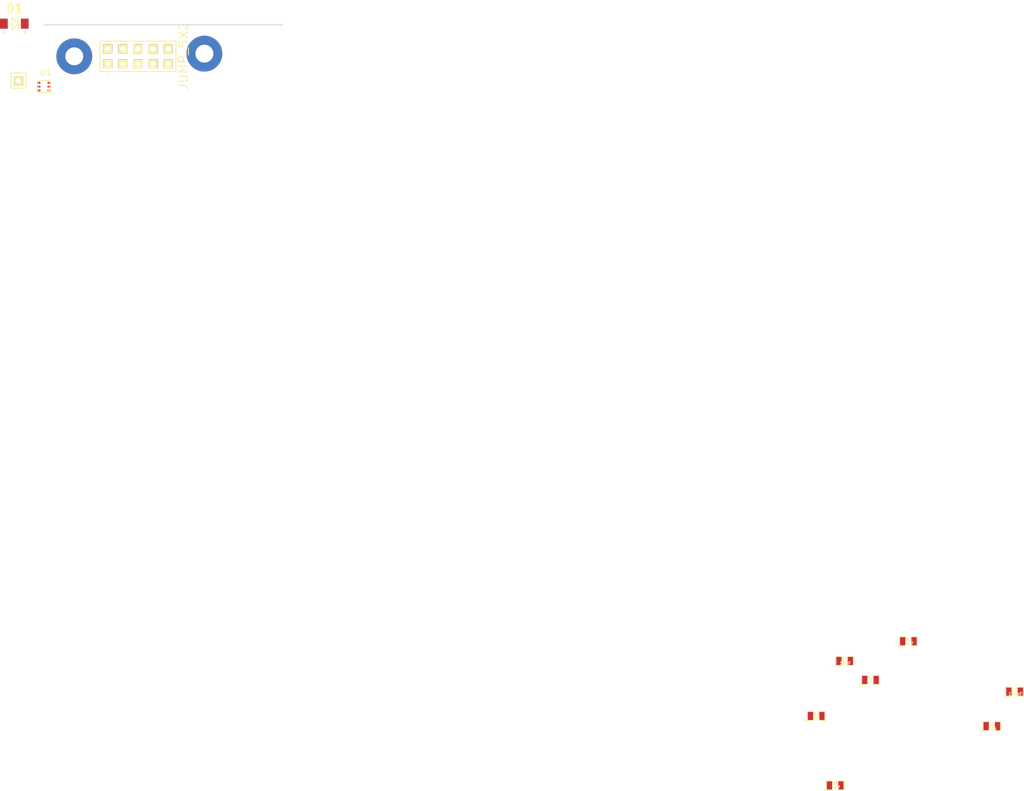
<source format=kicad_pcb>
(kicad_pcb (version 4) (host pcbnew 4.0.1-stable)

  (general
    (links 29)
    (no_connects 29)
    (area 0 0 0 0)
    (thickness 1.6)
    (drawings 1)
    (tracks 0)
    (zones 0)
    (modules 13)
    (nets 7)
  )

  (page A4)
  (layers
    (0 F.Cu signal)
    (31 B.Cu signal)
    (32 B.Adhes user)
    (33 F.Adhes user)
    (34 B.Paste user)
    (35 F.Paste user)
    (36 B.SilkS user)
    (37 F.SilkS user)
    (38 B.Mask user)
    (39 F.Mask user)
    (40 Dwgs.User user)
    (41 Cmts.User user)
    (42 Eco1.User user)
    (43 Eco2.User user)
    (44 Edge.Cuts user)
    (45 Margin user)
    (46 B.CrtYd user)
    (47 F.CrtYd user)
    (48 B.Fab user)
    (49 F.Fab user)
  )

  (setup
    (last_trace_width 0.25)
    (trace_clearance 0.2)
    (zone_clearance 0.508)
    (zone_45_only no)
    (trace_min 0.2)
    (segment_width 0.2)
    (edge_width 0.15)
    (via_size 0.6)
    (via_drill 0.4)
    (via_min_size 0.4)
    (via_min_drill 0.3)
    (uvia_size 0.3)
    (uvia_drill 0.1)
    (uvias_allowed no)
    (uvia_min_size 0.2)
    (uvia_min_drill 0.1)
    (pcb_text_width 0.3)
    (pcb_text_size 1.5 1.5)
    (mod_edge_width 0.15)
    (mod_text_size 1 1)
    (mod_text_width 0.15)
    (pad_size 1.524 1.524)
    (pad_drill 0.762)
    (pad_to_mask_clearance 0.2)
    (aux_axis_origin 0 0)
    (visible_elements 7FFFFFFF)
    (pcbplotparams
      (layerselection 0x00030_80000001)
      (usegerberextensions false)
      (excludeedgelayer true)
      (linewidth 0.500000)
      (plotframeref false)
      (viasonmask false)
      (mode 1)
      (useauxorigin false)
      (hpglpennumber 1)
      (hpglpenspeed 20)
      (hpglpendiameter 15)
      (hpglpenoverlay 2)
      (psnegative false)
      (psa4output false)
      (plotreference true)
      (plotvalue true)
      (plotinvisibletext false)
      (padsonsilk false)
      (subtractmaskfromsilk false)
      (outputformat 1)
      (mirror false)
      (drillshape 1)
      (scaleselection 1)
      (outputdirectory ""))
  )

  (net 0 "")
  (net 1 +3V3)
  (net 2 GND)
  (net 3 /SDA)
  (net 4 /SCL)
  (net 5 "Net-(R3-Pad2)")
  (net 6 /INT)

  (net_class Default "Toto je výchozí třída sítě."
    (clearance 0.2)
    (trace_width 0.25)
    (via_dia 0.6)
    (via_drill 0.4)
    (uvia_dia 0.3)
    (uvia_drill 0.1)
    (add_net +3V3)
    (add_net /INT)
    (add_net /SCL)
    (add_net /SDA)
    (add_net GND)
    (add_net "Net-(R3-Pad2)")
  )

  (module Mlab_R:SMD-0805 (layer F.Cu) (tedit 54799E0C) (tstamp 57349070)
    (at 134.0485 96.139)
    (path /573488E5)
    (attr smd)
    (fp_text reference C1 (at 0 -0.3175) (layer F.SilkS)
      (effects (font (size 0.50038 0.50038) (thickness 0.10922)))
    )
    (fp_text value 10uF (at 0.127 0.381) (layer F.SilkS)
      (effects (font (size 0.50038 0.50038) (thickness 0.10922)))
    )
    (fp_circle (center -1.651 0.762) (end -1.651 0.635) (layer F.SilkS) (width 0.15))
    (fp_line (start -0.508 0.762) (end -1.524 0.762) (layer F.SilkS) (width 0.15))
    (fp_line (start -1.524 0.762) (end -1.524 -0.762) (layer F.SilkS) (width 0.15))
    (fp_line (start -1.524 -0.762) (end -0.508 -0.762) (layer F.SilkS) (width 0.15))
    (fp_line (start 0.508 -0.762) (end 1.524 -0.762) (layer F.SilkS) (width 0.15))
    (fp_line (start 1.524 -0.762) (end 1.524 0.762) (layer F.SilkS) (width 0.15))
    (fp_line (start 1.524 0.762) (end 0.508 0.762) (layer F.SilkS) (width 0.15))
    (pad 1 smd rect (at -0.9525 0) (size 0.889 1.397) (layers F.Cu F.Paste F.Mask)
      (net 1 +3V3))
    (pad 2 smd rect (at 0.9525 0) (size 0.889 1.397) (layers F.Cu F.Paste F.Mask)
      (net 2 GND))
    (model MLAB_3D/Resistors/chip_cms.wrl
      (at (xyz 0 0 0))
      (scale (xyz 0.1 0.1 0.1))
      (rotate (xyz 0 0 0))
    )
  )

  (module Mlab_R:SMD-0805 (layer F.Cu) (tedit 54799E0C) (tstamp 5734907D)
    (at 162.4965 101.2825)
    (path /57348896)
    (attr smd)
    (fp_text reference C2 (at 0 -0.3175) (layer F.SilkS)
      (effects (font (size 0.50038 0.50038) (thickness 0.10922)))
    )
    (fp_text value 100nF (at 0.127 0.381) (layer F.SilkS)
      (effects (font (size 0.50038 0.50038) (thickness 0.10922)))
    )
    (fp_circle (center -1.651 0.762) (end -1.651 0.635) (layer F.SilkS) (width 0.15))
    (fp_line (start -0.508 0.762) (end -1.524 0.762) (layer F.SilkS) (width 0.15))
    (fp_line (start -1.524 0.762) (end -1.524 -0.762) (layer F.SilkS) (width 0.15))
    (fp_line (start -1.524 -0.762) (end -0.508 -0.762) (layer F.SilkS) (width 0.15))
    (fp_line (start 0.508 -0.762) (end 1.524 -0.762) (layer F.SilkS) (width 0.15))
    (fp_line (start 1.524 -0.762) (end 1.524 0.762) (layer F.SilkS) (width 0.15))
    (fp_line (start 1.524 0.762) (end 0.508 0.762) (layer F.SilkS) (width 0.15))
    (pad 1 smd rect (at -0.9525 0) (size 0.889 1.397) (layers F.Cu F.Paste F.Mask)
      (net 1 +3V3))
    (pad 2 smd rect (at 0.9525 0) (size 0.889 1.397) (layers F.Cu F.Paste F.Mask)
      (net 2 GND))
    (model MLAB_3D/Resistors/chip_cms.wrl
      (at (xyz 0 0 0))
      (scale (xyz 0.1 0.1 0.1))
      (rotate (xyz 0 0 0))
    )
  )

  (module Mlab_Mechanical:MountingHole_3mm placed (layer F.Cu) (tedit 5535DB2C) (tstamp 57349090)
    (at 26.8605 -5.5245)
    (descr "Mounting hole, Befestigungsbohrung, 3mm, No Annular, Kein Restring,")
    (tags "Mounting hole, Befestigungsbohrung, 3mm, No Annular, Kein Restring,")
    (path /5734ABE4)
    (fp_text reference M1 (at 0 -4.191) (layer F.SilkS) hide
      (effects (font (thickness 0.3048)))
    )
    (fp_text value HOLE (at 0 4.191) (layer F.SilkS) hide
      (effects (font (thickness 0.3048)))
    )
    (fp_circle (center 0 0) (end 2.99974 0) (layer Cmts.User) (width 0.381))
    (pad 1 thru_hole circle (at 0 0) (size 6 6) (drill 3) (layers *.Cu *.Adhes *.Mask)
      (net 2 GND) (clearance 1) (zone_connect 2))
  )

  (module Mlab_Mechanical:MountingHole_3mm placed (layer F.Cu) (tedit 5535DB2C) (tstamp 57349096)
    (at 5.08 -5.08)
    (descr "Mounting hole, Befestigungsbohrung, 3mm, No Annular, Kein Restring,")
    (tags "Mounting hole, Befestigungsbohrung, 3mm, No Annular, Kein Restring,")
    (path /5734ACBB)
    (fp_text reference M2 (at 0 -4.191) (layer F.SilkS) hide
      (effects (font (thickness 0.3048)))
    )
    (fp_text value HOLE (at 0 4.191) (layer F.SilkS) hide
      (effects (font (thickness 0.3048)))
    )
    (fp_circle (center 0 0) (end 2.99974 0) (layer Cmts.User) (width 0.381))
    (pad 1 thru_hole circle (at 0 0) (size 6 6) (drill 3) (layers *.Cu *.Adhes *.Mask)
      (net 2 GND) (clearance 1) (zone_connect 2))
  )

  (module Mlab_R:SMD-0805 (layer F.Cu) (tedit 54799E0C) (tstamp 573490A3)
    (at 132.461 116.967)
    (path /57348903)
    (attr smd)
    (fp_text reference R1 (at 0 -0.3175) (layer F.SilkS)
      (effects (font (size 0.50038 0.50038) (thickness 0.10922)))
    )
    (fp_text value 4k7 (at 0.127 0.381) (layer F.SilkS)
      (effects (font (size 0.50038 0.50038) (thickness 0.10922)))
    )
    (fp_circle (center -1.651 0.762) (end -1.651 0.635) (layer F.SilkS) (width 0.15))
    (fp_line (start -0.508 0.762) (end -1.524 0.762) (layer F.SilkS) (width 0.15))
    (fp_line (start -1.524 0.762) (end -1.524 -0.762) (layer F.SilkS) (width 0.15))
    (fp_line (start -1.524 -0.762) (end -0.508 -0.762) (layer F.SilkS) (width 0.15))
    (fp_line (start 0.508 -0.762) (end 1.524 -0.762) (layer F.SilkS) (width 0.15))
    (fp_line (start 1.524 -0.762) (end 1.524 0.762) (layer F.SilkS) (width 0.15))
    (fp_line (start 1.524 0.762) (end 0.508 0.762) (layer F.SilkS) (width 0.15))
    (pad 1 smd rect (at -0.9525 0) (size 0.889 1.397) (layers F.Cu F.Paste F.Mask)
      (net 1 +3V3))
    (pad 2 smd rect (at 0.9525 0) (size 0.889 1.397) (layers F.Cu F.Paste F.Mask)
      (net 4 /SCL))
    (model MLAB_3D/Resistors/chip_cms.wrl
      (at (xyz 0 0 0))
      (scale (xyz 0.1 0.1 0.1))
      (rotate (xyz 0 0 0))
    )
  )

  (module Mlab_R:SMD-0805 (layer F.Cu) (tedit 54799E0C) (tstamp 573490B0)
    (at 144.7165 92.837)
    (path /573489C4)
    (attr smd)
    (fp_text reference R2 (at 0 -0.3175) (layer F.SilkS)
      (effects (font (size 0.50038 0.50038) (thickness 0.10922)))
    )
    (fp_text value 4k7 (at 0.127 0.381) (layer F.SilkS)
      (effects (font (size 0.50038 0.50038) (thickness 0.10922)))
    )
    (fp_circle (center -1.651 0.762) (end -1.651 0.635) (layer F.SilkS) (width 0.15))
    (fp_line (start -0.508 0.762) (end -1.524 0.762) (layer F.SilkS) (width 0.15))
    (fp_line (start -1.524 0.762) (end -1.524 -0.762) (layer F.SilkS) (width 0.15))
    (fp_line (start -1.524 -0.762) (end -0.508 -0.762) (layer F.SilkS) (width 0.15))
    (fp_line (start 0.508 -0.762) (end 1.524 -0.762) (layer F.SilkS) (width 0.15))
    (fp_line (start 1.524 -0.762) (end 1.524 0.762) (layer F.SilkS) (width 0.15))
    (fp_line (start 1.524 0.762) (end 0.508 0.762) (layer F.SilkS) (width 0.15))
    (pad 1 smd rect (at -0.9525 0) (size 0.889 1.397) (layers F.Cu F.Paste F.Mask)
      (net 1 +3V3))
    (pad 2 smd rect (at 0.9525 0) (size 0.889 1.397) (layers F.Cu F.Paste F.Mask)
      (net 3 /SDA))
    (model MLAB_3D/Resistors/chip_cms.wrl
      (at (xyz 0 0 0))
      (scale (xyz 0.1 0.1 0.1))
      (rotate (xyz 0 0 0))
    )
  )

  (module Mlab_R:SMD-0805 (layer F.Cu) (tedit 54799E0C) (tstamp 573490BD)
    (at 138.3665 99.314)
    (path /57349734)
    (attr smd)
    (fp_text reference R3 (at 0 -0.3175) (layer F.SilkS)
      (effects (font (size 0.50038 0.50038) (thickness 0.10922)))
    )
    (fp_text value - (at 0.127 0.381) (layer F.SilkS)
      (effects (font (size 0.50038 0.50038) (thickness 0.10922)))
    )
    (fp_circle (center -1.651 0.762) (end -1.651 0.635) (layer F.SilkS) (width 0.15))
    (fp_line (start -0.508 0.762) (end -1.524 0.762) (layer F.SilkS) (width 0.15))
    (fp_line (start -1.524 0.762) (end -1.524 -0.762) (layer F.SilkS) (width 0.15))
    (fp_line (start -1.524 -0.762) (end -0.508 -0.762) (layer F.SilkS) (width 0.15))
    (fp_line (start 0.508 -0.762) (end 1.524 -0.762) (layer F.SilkS) (width 0.15))
    (fp_line (start 1.524 -0.762) (end 1.524 0.762) (layer F.SilkS) (width 0.15))
    (fp_line (start 1.524 0.762) (end 0.508 0.762) (layer F.SilkS) (width 0.15))
    (pad 1 smd rect (at -0.9525 0) (size 0.889 1.397) (layers F.Cu F.Paste F.Mask)
      (net 1 +3V3))
    (pad 2 smd rect (at 0.9525 0) (size 0.889 1.397) (layers F.Cu F.Paste F.Mask)
      (net 5 "Net-(R3-Pad2)"))
    (model MLAB_3D/Resistors/chip_cms.wrl
      (at (xyz 0 0 0))
      (scale (xyz 0.1 0.1 0.1))
      (rotate (xyz 0 0 0))
    )
  )

  (module Mlab_R:SMD-0805 (layer F.Cu) (tedit 54799E0C) (tstamp 573490CA)
    (at 129.286 105.3465)
    (path /5734985F)
    (attr smd)
    (fp_text reference R4 (at 0 -0.3175) (layer F.SilkS)
      (effects (font (size 0.50038 0.50038) (thickness 0.10922)))
    )
    (fp_text value 0R (at 0.127 0.381) (layer F.SilkS)
      (effects (font (size 0.50038 0.50038) (thickness 0.10922)))
    )
    (fp_circle (center -1.651 0.762) (end -1.651 0.635) (layer F.SilkS) (width 0.15))
    (fp_line (start -0.508 0.762) (end -1.524 0.762) (layer F.SilkS) (width 0.15))
    (fp_line (start -1.524 0.762) (end -1.524 -0.762) (layer F.SilkS) (width 0.15))
    (fp_line (start -1.524 -0.762) (end -0.508 -0.762) (layer F.SilkS) (width 0.15))
    (fp_line (start 0.508 -0.762) (end 1.524 -0.762) (layer F.SilkS) (width 0.15))
    (fp_line (start 1.524 -0.762) (end 1.524 0.762) (layer F.SilkS) (width 0.15))
    (fp_line (start 1.524 0.762) (end 0.508 0.762) (layer F.SilkS) (width 0.15))
    (pad 1 smd rect (at -0.9525 0) (size 0.889 1.397) (layers F.Cu F.Paste F.Mask)
      (net 5 "Net-(R3-Pad2)"))
    (pad 2 smd rect (at 0.9525 0) (size 0.889 1.397) (layers F.Cu F.Paste F.Mask)
      (net 2 GND))
    (model MLAB_3D/Resistors/chip_cms.wrl
      (at (xyz 0 0 0))
      (scale (xyz 0.1 0.1 0.1))
      (rotate (xyz 0 0 0))
    )
  )

  (module Mlab_R:SMD-0805 (layer F.Cu) (tedit 54799E0C) (tstamp 573490D7)
    (at 158.6865 107.061)
    (path /573489EB)
    (attr smd)
    (fp_text reference R5 (at 0 -0.3175) (layer F.SilkS)
      (effects (font (size 0.50038 0.50038) (thickness 0.10922)))
    )
    (fp_text value 10k (at 0.127 0.381) (layer F.SilkS)
      (effects (font (size 0.50038 0.50038) (thickness 0.10922)))
    )
    (fp_circle (center -1.651 0.762) (end -1.651 0.635) (layer F.SilkS) (width 0.15))
    (fp_line (start -0.508 0.762) (end -1.524 0.762) (layer F.SilkS) (width 0.15))
    (fp_line (start -1.524 0.762) (end -1.524 -0.762) (layer F.SilkS) (width 0.15))
    (fp_line (start -1.524 -0.762) (end -0.508 -0.762) (layer F.SilkS) (width 0.15))
    (fp_line (start 0.508 -0.762) (end 1.524 -0.762) (layer F.SilkS) (width 0.15))
    (fp_line (start 1.524 -0.762) (end 1.524 0.762) (layer F.SilkS) (width 0.15))
    (fp_line (start 1.524 0.762) (end 0.508 0.762) (layer F.SilkS) (width 0.15))
    (pad 1 smd rect (at -0.9525 0) (size 0.889 1.397) (layers F.Cu F.Paste F.Mask)
      (net 1 +3V3))
    (pad 2 smd rect (at 0.9525 0) (size 0.889 1.397) (layers F.Cu F.Paste F.Mask)
      (net 6 /INT))
    (model MLAB_3D/Resistors/chip_cms.wrl
      (at (xyz 0 0 0))
      (scale (xyz 0.1 0.1 0.1))
      (rotate (xyz 0 0 0))
    )
  )

  (module Mlab_Pin_Headers:Straight_2x05 (layer F.Cu) (tedit 5454C210) (tstamp 57349241)
    (at 15.748 -5.08 90)
    (descr "pin header straight 2x05")
    (tags "pin header straight 2x05")
    (path /573487C3)
    (fp_text reference J1 (at 0 -7.62 90) (layer F.SilkS) hide
      (effects (font (size 1.5 1.5) (thickness 0.15)))
    )
    (fp_text value JUMP_5X2 (at 0 7.62 90) (layer F.SilkS)
      (effects (font (size 1.5 1.5) (thickness 0.15)))
    )
    (fp_text user 1 (at -2.921 -5.08 90) (layer F.SilkS)
      (effects (font (size 0.5 0.5) (thickness 0.05)))
    )
    (fp_line (start -2.54 -6.35) (end 2.54 -6.35) (layer F.SilkS) (width 0.15))
    (fp_line (start 2.54 -6.35) (end 2.54 6.35) (layer F.SilkS) (width 0.15))
    (fp_line (start 2.54 6.35) (end -2.54 6.35) (layer F.SilkS) (width 0.15))
    (fp_line (start -2.54 6.35) (end -2.54 -6.35) (layer F.SilkS) (width 0.15))
    (pad 1 thru_hole rect (at -1.27 -5.08 90) (size 1.524 1.524) (drill 0.889) (layers *.Cu *.Mask F.SilkS)
      (net 2 GND))
    (pad 2 thru_hole rect (at 1.27 -5.08 90) (size 1.524 1.524) (drill 0.889) (layers *.Cu *.Mask F.SilkS)
      (net 2 GND))
    (pad 3 thru_hole rect (at -1.27 -2.54 90) (size 1.524 1.524) (drill 0.889) (layers *.Cu *.Mask F.SilkS)
      (net 3 /SDA))
    (pad 4 thru_hole rect (at 1.27 -2.54 90) (size 1.524 1.524) (drill 0.889) (layers *.Cu *.Mask F.SilkS)
      (net 3 /SDA))
    (pad 5 thru_hole rect (at -1.27 0 90) (size 1.524 1.524) (drill 0.889) (layers *.Cu *.Mask F.SilkS)
      (net 1 +3V3))
    (pad 6 thru_hole rect (at 1.27 0 90) (size 1.524 1.524) (drill 0.889) (layers *.Cu *.Mask F.SilkS)
      (net 1 +3V3))
    (pad 7 thru_hole rect (at -1.27 2.54 90) (size 1.524 1.524) (drill 0.889) (layers *.Cu *.Mask F.SilkS)
      (net 4 /SCL))
    (pad 8 thru_hole rect (at 1.27 2.54 90) (size 1.524 1.524) (drill 0.889) (layers *.Cu *.Mask F.SilkS)
      (net 4 /SCL))
    (pad 9 thru_hole rect (at -1.27 5.08 90) (size 1.524 1.524) (drill 0.889) (layers *.Cu *.Mask F.SilkS)
      (net 2 GND))
    (pad 10 thru_hole rect (at 1.27 5.08 90) (size 1.524 1.524) (drill 0.889) (layers *.Cu *.Mask F.SilkS)
      (net 2 GND))
    (model Pin_Headers/Pin_Header_Straight_2x05.wrl
      (at (xyz 0 0 0))
      (scale (xyz 1 1 1))
      (rotate (xyz 0 0 90))
    )
  )

  (module Mlab_D:Diode-MiniMELF_Standard (layer F.Cu) (tedit 547999ED) (tstamp 5734929B)
    (at -4.953 -10.541)
    (descr "Diode Mini-MELF Standard")
    (tags "Diode Mini-MELF Standard")
    (path /5734C5AD)
    (attr smd)
    (fp_text reference D1 (at 0 -2.54) (layer F.SilkS)
      (effects (font (thickness 0.3048)))
    )
    (fp_text value BZV55C-3,6V (at 0 3.81) (layer F.SilkS) hide
      (effects (font (thickness 0.3048)))
    )
    (fp_line (start 0.65024 0.0508) (end -0.35052 -1.00076) (layer F.SilkS) (width 0.15))
    (fp_line (start -0.35052 -1.00076) (end -0.35052 1.00076) (layer F.SilkS) (width 0.15))
    (fp_line (start -0.35052 1.00076) (end 0.65024 0) (layer F.SilkS) (width 0.15))
    (fp_line (start 0.65024 -1.04902) (end 0.65024 1.04902) (layer F.SilkS) (width 0.15))
    (fp_text user A (at -1.80086 1.5494) (layer F.SilkS)
      (effects (font (size 0.50038 0.50038) (thickness 0.09906)))
    )
    (fp_text user K (at 1.80086 1.5494) (layer F.SilkS)
      (effects (font (size 0.50038 0.50038) (thickness 0.09906)))
    )
    (fp_circle (center 0 0) (end 0 0.55118) (layer F.Adhes) (width 0.381))
    (fp_circle (center 0 0) (end 0 0.20066) (layer F.Adhes) (width 0.381))
    (pad 1 smd rect (at -1.75006 0) (size 1.30048 1.69926) (layers F.Cu F.Paste F.Mask)
      (net 2 GND))
    (pad 2 smd rect (at 1.75006 0) (size 1.30048 1.69926) (layers F.Cu F.Paste F.Mask)
      (net 1 +3V3))
    (model MLAB_3D/Diodes/MiniMELF_DO213AA.wrl
      (at (xyz 0 0 0))
      (scale (xyz 0.3937 0.3937 0.3937))
      (rotate (xyz 0 0 0))
    )
  )

  (module Mlab_Pin_Headers:Straight_1x01 (layer F.Cu) (tedit 56EBDE01) (tstamp 573492A5)
    (at -4.2545 -1.016)
    (descr "pin header straight 1x01")
    (tags "pin header straight 1x01")
    (path /5734BE61)
    (fp_text reference J2 (at 0 -2.54) (layer F.SilkS) hide
      (effects (font (size 1.5 1.5) (thickness 0.15)))
    )
    (fp_text value CONN1_1 (at 0 2.54) (layer F.SilkS) hide
      (effects (font (size 1.5 1.5) (thickness 0.15)))
    )
    (fp_text user 1 (at -1.651 0) (layer F.SilkS) hide
      (effects (font (size 0.5 0.5) (thickness 0.05)))
    )
    (fp_line (start -1.27 -1.27) (end 1.27 -1.27) (layer F.SilkS) (width 0.15))
    (fp_line (start 1.27 -1.27) (end 1.27 1.27) (layer F.SilkS) (width 0.15))
    (fp_line (start 1.27 1.27) (end -1.27 1.27) (layer F.SilkS) (width 0.15))
    (fp_line (start -1.27 1.27) (end -1.27 -1.27) (layer F.SilkS) (width 0.15))
    (pad 1 thru_hole rect (at 0 0) (size 1.524 1.524) (drill 0.889) (layers *.Cu *.Mask F.SilkS)
      (net 6 /INT))
    (model Pin_Headers/Pin_Header_Straight_1x01.wrl
      (at (xyz 0 0 0))
      (scale (xyz 1 1 1))
      (rotate (xyz 0 0 90))
    )
  )

  (module Mlab_IO:VEML6030 (layer F.Cu) (tedit 57348E48) (tstamp 573492B4)
    (at 0 0)
    (path /57348D17)
    (fp_text reference U1 (at 0.3175 -2.3876) (layer F.SilkS)
      (effects (font (size 1 1) (thickness 0.15)))
    )
    (fp_text value VEML6030 (at 0.0889 2.7305) (layer F.Fab) hide
      (effects (font (size 1 1) (thickness 0.15)))
    )
    (fp_line (start 0.9779 0.4826) (end 0.4826 0.9525) (layer F.SilkS) (width 0.15))
    (fp_line (start -1 -1) (end 1 -1) (layer F.SilkS) (width 0.15))
    (fp_line (start 1 -1) (end 1 1) (layer F.SilkS) (width 0.15))
    (fp_line (start 1 1) (end -1 1) (layer F.SilkS) (width 0.15))
    (fp_line (start -1 1) (end -1 -1) (layer F.SilkS) (width 0.15))
    (pad 1 smd trapezoid (at 0.875 0.65) (size 0.55 0.3) (layers F.Cu F.Paste F.Mask)
      (net 2 GND))
    (pad 2 smd trapezoid (at 0.875 0) (size 0.55 0.3) (layers F.Cu F.Paste F.Mask)
      (net 3 /SDA))
    (pad 3 smd trapezoid (at 0.875 -0.65) (size 0.55 0.3) (layers F.Cu F.Paste F.Mask)
      (net 6 /INT))
    (pad 4 smd trapezoid (at -0.875 -0.65) (size 0.55 0.3) (layers F.Cu F.Paste F.Mask)
      (net 5 "Net-(R3-Pad2)"))
    (pad 5 smd trapezoid (at -0.875 0) (size 0.55 0.3) (layers F.Cu F.Paste F.Mask)
      (net 4 /SCL))
    (pad 6 smd trapezoid (at -0.875 0.65) (size 0.55 0.3) (layers F.Cu F.Paste F.Mask)
      (net 1 +3V3))
  )

  (gr_line (start 0 -10.3505) (end 40 -10.3505) (angle 90) (layer Edge.Cuts) (width 0.15))

)

</source>
